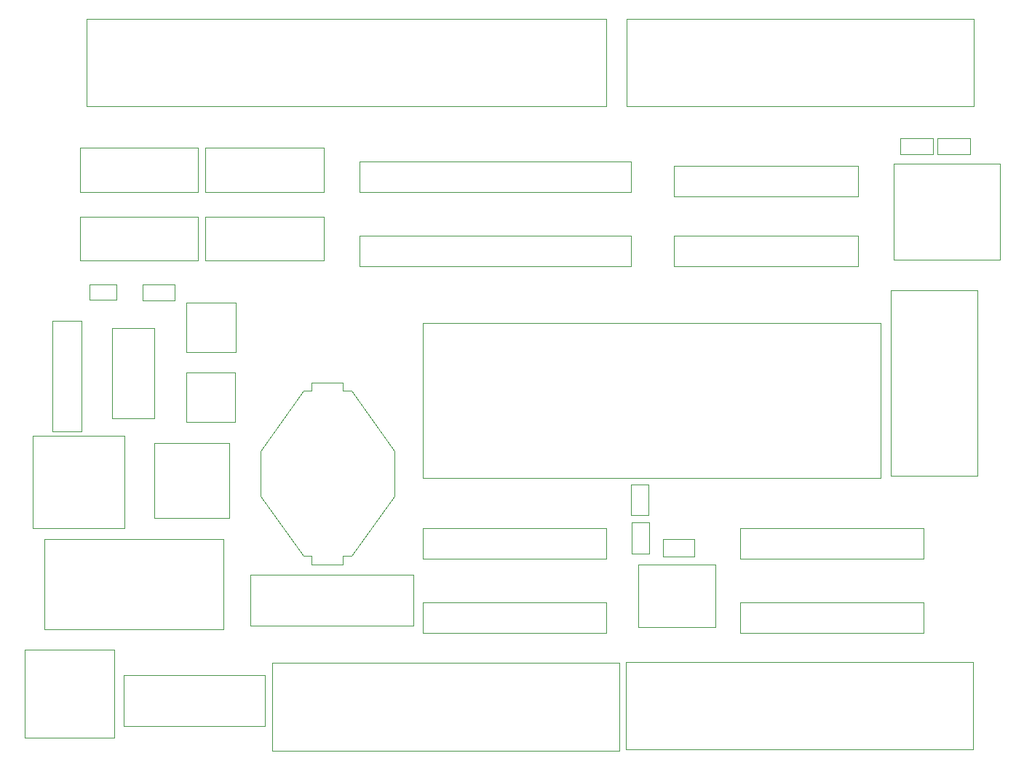
<source format=gbr>
G04 #@! TF.GenerationSoftware,KiCad,Pcbnew,5.0.1*
G04 #@! TF.CreationDate,2019-01-22T15:03:27+05:30*
G04 #@! TF.ProjectId,OpenPLC_V2,4F70656E504C435F56322E6B69636164,rev?*
G04 #@! TF.SameCoordinates,Original*
G04 #@! TF.FileFunction,Other,User*
%FSLAX46Y46*%
G04 Gerber Fmt 4.6, Leading zero omitted, Abs format (unit mm)*
G04 Created by KiCad (PCBNEW 5.0.1) date Tue 22 Jan 2019 03:03:27 PM IST*
%MOMM*%
%LPD*%
G01*
G04 APERTURE LIST*
%ADD10C,0.050000*%
G04 APERTURE END LIST*
D10*
G04 #@! TO.C,P3*
X100542000Y-50231000D02*
X100542000Y-40031000D01*
X100542000Y-40031000D02*
X160942000Y-40031000D01*
X160942000Y-40031000D02*
X160942000Y-50231000D01*
X160942000Y-50231000D02*
X100542000Y-50231000D01*
G04 #@! TO.C,P5*
X203741000Y-40031000D02*
X203741000Y-50231000D01*
X163341000Y-40031000D02*
X203741000Y-40031000D01*
X163341000Y-50231000D02*
X163341000Y-40031000D01*
X203741000Y-50231000D02*
X163341000Y-50231000D01*
G04 #@! TO.C,D37*
X199522000Y-55814000D02*
X199522000Y-53914000D01*
X199522000Y-53914000D02*
X203322000Y-53914000D01*
X203322000Y-53914000D02*
X203322000Y-55814000D01*
X203322000Y-55814000D02*
X199522000Y-55814000D01*
G04 #@! TO.C,P6*
X163289000Y-114869000D02*
X203689000Y-114869000D01*
X203689000Y-114869000D02*
X203689000Y-125069000D01*
X203689000Y-125069000D02*
X163289000Y-125069000D01*
X163289000Y-125069000D02*
X163289000Y-114869000D01*
G04 #@! TO.C,C9*
X165846000Y-94212000D02*
X165846000Y-97812000D01*
X163846000Y-94212000D02*
X163846000Y-97812000D01*
X165846000Y-94212000D02*
X163846000Y-94212000D01*
X165846000Y-97812000D02*
X163846000Y-97812000D01*
G04 #@! TO.C,C7*
X163973000Y-102257000D02*
X163973000Y-98657000D01*
X165973000Y-102257000D02*
X165973000Y-98657000D01*
X163973000Y-102257000D02*
X165973000Y-102257000D01*
X163973000Y-98657000D02*
X165973000Y-98657000D01*
G04 #@! TO.C,powerIn1*
X103712000Y-113472000D02*
X103712000Y-123672000D01*
X103712000Y-123672000D02*
X93312000Y-123672000D01*
X93312000Y-123672000D02*
X93312000Y-113472000D01*
X93312000Y-113472000D02*
X103712000Y-113472000D01*
G04 #@! TO.C,C2*
X112085000Y-86940000D02*
X117785000Y-86940000D01*
X117785000Y-86940000D02*
X117785000Y-81240000D01*
X117785000Y-81240000D02*
X112085000Y-81240000D01*
X112085000Y-81240000D02*
X112085000Y-86940000D01*
G04 #@! TO.C,D1*
X99931960Y-88067500D02*
X99931960Y-75167500D01*
X96531960Y-88067500D02*
X99931960Y-88067500D01*
X96531960Y-75167500D02*
X96531960Y-88067500D01*
X99931960Y-75167500D02*
X96531960Y-75167500D01*
G04 #@! TO.C,CON2*
X204193000Y-71620000D02*
X204193000Y-93230000D01*
X204193000Y-93230000D02*
X194083000Y-93230000D01*
X194083000Y-93230000D02*
X194083000Y-71620000D01*
X194083000Y-71620000D02*
X204193000Y-71620000D01*
G04 #@! TO.C,P14*
X168888000Y-60728000D02*
X190238000Y-60728000D01*
X190238000Y-60728000D02*
X190238000Y-57128000D01*
X190238000Y-57128000D02*
X168888000Y-57128000D01*
X168888000Y-57128000D02*
X168888000Y-60728000D01*
G04 #@! TO.C,P15*
X197888000Y-111528000D02*
X197888000Y-107928000D01*
X176538000Y-111528000D02*
X197888000Y-111528000D01*
X176538000Y-107928000D02*
X176538000Y-111528000D01*
X197888000Y-107928000D02*
X176538000Y-107928000D01*
G04 #@! TO.C,P9*
X132312000Y-65256000D02*
X132312000Y-68856000D01*
X163862000Y-65256000D02*
X132312000Y-65256000D01*
X163862000Y-68856000D02*
X163862000Y-65256000D01*
X132312000Y-68856000D02*
X163862000Y-68856000D01*
G04 #@! TO.C,P8*
X160956400Y-102892000D02*
X160956400Y-99292000D01*
X139606400Y-102892000D02*
X160956400Y-102892000D01*
X139606400Y-99292000D02*
X139606400Y-102892000D01*
X160956400Y-99292000D02*
X139606400Y-99292000D01*
G04 #@! TO.C,P12*
X132312000Y-56620000D02*
X132312000Y-60220000D01*
X163862000Y-56620000D02*
X132312000Y-56620000D01*
X163862000Y-60220000D02*
X163862000Y-56620000D01*
X132312000Y-60220000D02*
X163862000Y-60220000D01*
G04 #@! TO.C,U1*
X108414000Y-86530000D02*
X108414000Y-76030000D01*
X103504000Y-86530000D02*
X108414000Y-86530000D01*
X103504000Y-76030000D02*
X103504000Y-86530000D01*
X108414000Y-76030000D02*
X103504000Y-76030000D01*
G04 #@! TO.C,P7*
X206765000Y-68094000D02*
X194415000Y-68094000D01*
X206765000Y-56894000D02*
X206765000Y-68094000D01*
X194415000Y-56894000D02*
X206765000Y-56894000D01*
X194415000Y-68094000D02*
X194415000Y-56894000D01*
G04 #@! TO.C,D3*
X138512000Y-104746000D02*
X119562000Y-104746000D01*
X138512000Y-110646000D02*
X138512000Y-104746000D01*
X119562000Y-110646000D02*
X138512000Y-110646000D01*
X119562000Y-104746000D02*
X119562000Y-110646000D01*
G04 #@! TO.C,P10*
X168888000Y-68856000D02*
X190238000Y-68856000D01*
X190238000Y-68856000D02*
X190238000Y-65256000D01*
X190238000Y-65256000D02*
X168888000Y-65256000D01*
X168888000Y-65256000D02*
X168888000Y-68856000D01*
G04 #@! TO.C,L1*
X120724000Y-90364000D02*
X125724000Y-83364000D01*
X120724000Y-95564000D02*
X120724000Y-90364000D01*
X125724000Y-102564000D02*
X120724000Y-95564000D01*
X136324000Y-95564000D02*
X131324000Y-102564000D01*
X136324000Y-90364000D02*
X136324000Y-95564000D01*
X131324000Y-83364000D02*
X136324000Y-90364000D01*
X126724000Y-102564000D02*
X125724000Y-102564000D01*
X126724000Y-103564000D02*
X126724000Y-102564000D01*
X130324000Y-103564000D02*
X126724000Y-103564000D01*
X130324000Y-102564000D02*
X130324000Y-103564000D01*
X131324000Y-102564000D02*
X130324000Y-102564000D01*
X130324000Y-83364000D02*
X131324000Y-83364000D01*
X130324000Y-82364000D02*
X130324000Y-83364000D01*
X126724000Y-82364000D02*
X130324000Y-82364000D01*
X126724000Y-83364000D02*
X126724000Y-82364000D01*
X125724000Y-83364000D02*
X126724000Y-83364000D01*
G04 #@! TO.C,Cout1*
X104918000Y-99290000D02*
X104918000Y-88590000D01*
X94218000Y-99290000D02*
X104918000Y-99290000D01*
X94218000Y-88590000D02*
X94218000Y-99290000D01*
X104918000Y-88590000D02*
X94218000Y-88590000D01*
G04 #@! TO.C,R3*
X103978000Y-72782000D02*
X100878000Y-72782000D01*
X103978000Y-72782000D02*
X103978000Y-70982000D01*
X100878000Y-70982000D02*
X100878000Y-72782000D01*
X100878000Y-70982000D02*
X103978000Y-70982000D01*
G04 #@! TO.C,P4*
X122141000Y-114996000D02*
X162541000Y-114996000D01*
X162541000Y-114996000D02*
X162541000Y-125196000D01*
X162541000Y-125196000D02*
X122141000Y-125196000D01*
X122141000Y-125196000D02*
X122141000Y-114996000D01*
G04 #@! TO.C,C3*
X117848500Y-73112000D02*
X112148500Y-73112000D01*
X112148500Y-73112000D02*
X112148500Y-78812000D01*
X112148500Y-78812000D02*
X117848500Y-78812000D01*
X117848500Y-78812000D02*
X117848500Y-73112000D01*
G04 #@! TO.C,C8*
X167618000Y-100600000D02*
X171218000Y-100600000D01*
X167618000Y-102600000D02*
X171218000Y-102600000D01*
X167618000Y-100600000D02*
X167618000Y-102600000D01*
X171218000Y-100600000D02*
X171218000Y-102600000D01*
G04 #@! TO.C,D2*
X110802500Y-70932000D02*
X110802500Y-72832000D01*
X110802500Y-72832000D02*
X107002500Y-72832000D01*
X107002500Y-72832000D02*
X107002500Y-70932000D01*
X107002500Y-70932000D02*
X110802500Y-70932000D01*
G04 #@! TO.C,D4*
X121230000Y-116430000D02*
X104830000Y-116430000D01*
X121230000Y-122330000D02*
X121230000Y-116430000D01*
X104830000Y-122330000D02*
X121230000Y-122330000D01*
X104830000Y-116430000D02*
X104830000Y-122330000D01*
G04 #@! TO.C,Cin1*
X108426000Y-98104000D02*
X117126000Y-98104000D01*
X117126000Y-98104000D02*
X117126000Y-89404000D01*
X117126000Y-89404000D02*
X108426000Y-89404000D01*
X108426000Y-89404000D02*
X108426000Y-98104000D01*
G04 #@! TO.C,SW1*
X164664000Y-110838000D02*
X173664000Y-110838000D01*
X173664000Y-110838000D02*
X173664000Y-103538000D01*
X173664000Y-103538000D02*
X164664000Y-103538000D01*
X164664000Y-103538000D02*
X164664000Y-110838000D01*
G04 #@! TO.C,Regulator1*
X95606000Y-100570000D02*
X95606000Y-111070000D01*
X116466000Y-100570000D02*
X95606000Y-100570000D01*
X116466000Y-111070000D02*
X116466000Y-100570000D01*
X95606000Y-111070000D02*
X116466000Y-111070000D01*
G04 #@! TO.C,IC1*
X139663000Y-93475000D02*
X192863000Y-93475000D01*
X139663000Y-75425000D02*
X192863000Y-75425000D01*
X139663000Y-93475000D02*
X139663000Y-75425000D01*
X192863000Y-93475000D02*
X192863000Y-75425000D01*
G04 #@! TO.C,J4*
X114350400Y-63053400D02*
X114350400Y-68153400D01*
X114350400Y-68153400D02*
X128150400Y-68153400D01*
X128150400Y-68153400D02*
X128150400Y-63053400D01*
X128150400Y-63053400D02*
X114350400Y-63053400D01*
G04 #@! TO.C,J3*
X99720000Y-63053400D02*
X99720000Y-68153400D01*
X99720000Y-68153400D02*
X113520000Y-68153400D01*
X113520000Y-68153400D02*
X113520000Y-63053400D01*
X113520000Y-63053400D02*
X99720000Y-63053400D01*
G04 #@! TO.C,P11*
X197888000Y-102892000D02*
X197888000Y-99292000D01*
X176538000Y-102892000D02*
X197888000Y-102892000D01*
X176538000Y-99292000D02*
X176538000Y-102892000D01*
X197888000Y-99292000D02*
X176538000Y-99292000D01*
G04 #@! TO.C,P13*
X160956400Y-111528000D02*
X160956400Y-107928000D01*
X139606400Y-111528000D02*
X160956400Y-111528000D01*
X139606400Y-107928000D02*
X139606400Y-111528000D01*
X160956400Y-107928000D02*
X139606400Y-107928000D01*
G04 #@! TO.C,J1*
X99720000Y-55077800D02*
X99720000Y-60177800D01*
X99720000Y-60177800D02*
X113520000Y-60177800D01*
X113520000Y-60177800D02*
X113520000Y-55077800D01*
X113520000Y-55077800D02*
X99720000Y-55077800D01*
G04 #@! TO.C,J2*
X128150400Y-55077800D02*
X114350400Y-55077800D01*
X128150400Y-60177800D02*
X128150400Y-55077800D01*
X114350400Y-60177800D02*
X128150400Y-60177800D01*
X114350400Y-55077800D02*
X114350400Y-60177800D01*
G04 #@! TO.C,D36*
X199004000Y-55814000D02*
X195204000Y-55814000D01*
X199004000Y-53914000D02*
X199004000Y-55814000D01*
X195204000Y-53914000D02*
X199004000Y-53914000D01*
X195204000Y-55814000D02*
X195204000Y-53914000D01*
G04 #@! TD*
M02*

</source>
